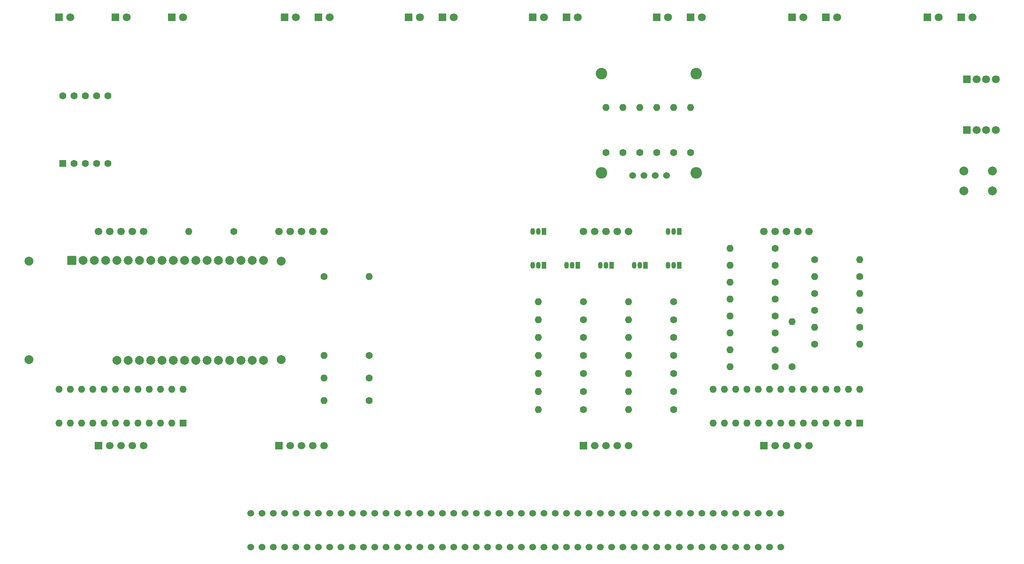
<source format=gts>
%TF.GenerationSoftware,KiCad,Pcbnew,7.0.9*%
%TF.CreationDate,2023-12-15T21:18:20+02:00*%
%TF.ProjectId,loadshedding,6c6f6164-7368-4656-9464-696e672e6b69,1*%
%TF.SameCoordinates,Original*%
%TF.FileFunction,Soldermask,Top*%
%TF.FilePolarity,Negative*%
%FSLAX46Y46*%
G04 Gerber Fmt 4.6, Leading zero omitted, Abs format (unit mm)*
G04 Created by KiCad (PCBNEW 7.0.9) date 2023-12-15 21:18:20*
%MOMM*%
%LPD*%
G01*
G04 APERTURE LIST*
G04 Aperture macros list*
%AMRoundRect*
0 Rectangle with rounded corners*
0 $1 Rounding radius*
0 $2 $3 $4 $5 $6 $7 $8 $9 X,Y pos of 4 corners*
0 Add a 4 corners polygon primitive as box body*
4,1,4,$2,$3,$4,$5,$6,$7,$8,$9,$2,$3,0*
0 Add four circle primitives for the rounded corners*
1,1,$1+$1,$2,$3*
1,1,$1+$1,$4,$5*
1,1,$1+$1,$6,$7*
1,1,$1+$1,$8,$9*
0 Add four rect primitives between the rounded corners*
20,1,$1+$1,$2,$3,$4,$5,0*
20,1,$1+$1,$4,$5,$6,$7,0*
20,1,$1+$1,$6,$7,$8,$9,0*
20,1,$1+$1,$8,$9,$2,$3,0*%
G04 Aperture macros list end*
%ADD10R,1.800000X1.800000*%
%ADD11C,1.800000*%
%ADD12C,1.524000*%
%ADD13R,1.700000X1.700000*%
%ADD14C,1.700000*%
%ADD15C,2.600000*%
%ADD16R,1.600000X1.600000*%
%ADD17C,1.600000*%
%ADD18C,2.000000*%
%ADD19O,1.600000X1.600000*%
%ADD20R,1.050000X1.500000*%
%ADD21O,1.050000X1.500000*%
%ADD22RoundRect,0.102000X-0.900000X0.900000X-0.900000X-0.900000X0.900000X-0.900000X0.900000X0.900000X0*%
%ADD23C,2.004000*%
G04 APERTURE END LIST*
D10*
%TO.C,Red1*%
X148590000Y-93980000D03*
D11*
X151130000Y-93980000D03*
%TD*%
D12*
%TO.C,BarGraph1*%
X140970000Y-213360000D03*
X143510000Y-213360000D03*
X146050000Y-213360000D03*
X148590000Y-213360000D03*
X151130000Y-213360000D03*
X153670000Y-213360000D03*
X156210000Y-213360000D03*
X158750000Y-213360000D03*
X158750000Y-205740000D03*
X156210000Y-205740000D03*
X153670000Y-205740000D03*
X151130000Y-205740000D03*
X148590000Y-205740000D03*
X146050000Y-205740000D03*
X143510000Y-205740000D03*
X140970000Y-205740000D03*
%TD*%
D10*
%TO.C,Red4*%
X232410000Y-93980000D03*
D11*
X234950000Y-93980000D03*
%TD*%
D13*
%TO.C,CountdownSSD1*%
X106680000Y-190500000D03*
D14*
X109220000Y-190500000D03*
X111760000Y-190500000D03*
X114300000Y-190500000D03*
X116840000Y-190500000D03*
X116840000Y-142240000D03*
X114300000Y-142240000D03*
X111760000Y-142240000D03*
X109220000Y-142240000D03*
X106680000Y-142240000D03*
%TD*%
D10*
%TO.C,statusLED2*%
X302260000Y-107950000D03*
D11*
X304419000Y-107950000D03*
X306578000Y-107950000D03*
X308737000Y-107950000D03*
%TD*%
D12*
%TO.C,BarGraph4*%
X201930000Y-213360000D03*
X204470000Y-213360000D03*
X207010000Y-213360000D03*
X209550000Y-213360000D03*
X212090000Y-213360000D03*
X214630000Y-213360000D03*
X217170000Y-213360000D03*
X219710000Y-213360000D03*
X219710000Y-205740000D03*
X217170000Y-205740000D03*
X214630000Y-205740000D03*
X212090000Y-205740000D03*
X209550000Y-205740000D03*
X207010000Y-205740000D03*
X204470000Y-205740000D03*
X201930000Y-205740000D03*
%TD*%
D10*
%TO.C,Green3*%
X123190000Y-93980000D03*
D11*
X125730000Y-93980000D03*
%TD*%
D15*
%TO.C,OLED1*%
X241300000Y-129032000D03*
X241300000Y-106680000D03*
X219964000Y-129032000D03*
X219964000Y-106680000D03*
D12*
X234562000Y-129596000D03*
X232022000Y-129596000D03*
X229482000Y-129596000D03*
X226942000Y-129596000D03*
%TD*%
D10*
%TO.C,Green4*%
X156210000Y-93980000D03*
D11*
X158750000Y-93980000D03*
%TD*%
D10*
%TO.C,Red2*%
X176530000Y-93980000D03*
D11*
X179070000Y-93980000D03*
%TD*%
D16*
%TO.C,StageSSD1*%
X98655332Y-126877500D03*
D17*
X101195332Y-126877500D03*
X103735332Y-126877500D03*
X106275332Y-126877500D03*
X108815332Y-126877500D03*
X108815332Y-111637500D03*
X106275332Y-111637500D03*
X103735332Y-111637500D03*
X101195332Y-111637500D03*
X98655332Y-111637500D03*
%TD*%
D18*
%TO.C,ResetSwitch1*%
X301550000Y-128560000D03*
X308050000Y-128560000D03*
X301550000Y-133060000D03*
X308050000Y-133060000D03*
%TD*%
D12*
%TO.C,BarGraph5*%
X222250000Y-213360000D03*
X224790000Y-213360000D03*
X227330000Y-213360000D03*
X229870000Y-213360000D03*
X232410000Y-213360000D03*
X234950000Y-213360000D03*
X237490000Y-213360000D03*
X240030000Y-213360000D03*
X240030000Y-205740000D03*
X237490000Y-205740000D03*
X234950000Y-205740000D03*
X232410000Y-205740000D03*
X229870000Y-205740000D03*
X227330000Y-205740000D03*
X224790000Y-205740000D03*
X222250000Y-205740000D03*
%TD*%
D13*
%TO.C,CountdownSSD4*%
X256540000Y-190500000D03*
D14*
X259080000Y-190500000D03*
X261620000Y-190500000D03*
X264160000Y-190500000D03*
X266700000Y-190500000D03*
X266700000Y-142240000D03*
X264160000Y-142240000D03*
X261620000Y-142240000D03*
X259080000Y-142240000D03*
X256540000Y-142240000D03*
%TD*%
D13*
%TO.C,CountdownSSD2*%
X147320000Y-190500000D03*
D14*
X149860000Y-190500000D03*
X152400000Y-190500000D03*
X154940000Y-190500000D03*
X157480000Y-190500000D03*
X157480000Y-142240000D03*
X154940000Y-142240000D03*
X152400000Y-142240000D03*
X149860000Y-142240000D03*
X147320000Y-142240000D03*
%TD*%
D10*
%TO.C,statusLED1*%
X302260000Y-119380000D03*
D11*
X304419000Y-119380000D03*
X306578000Y-119380000D03*
X308737000Y-119380000D03*
%TD*%
D10*
%TO.C,Red3*%
X204470000Y-93980000D03*
D11*
X207010000Y-93980000D03*
%TD*%
D10*
%TO.C,Green9*%
X300990000Y-93980000D03*
D11*
X303530000Y-93980000D03*
%TD*%
D10*
%TO.C,Green1*%
X97790000Y-93980000D03*
D11*
X100330000Y-93980000D03*
%TD*%
D10*
%TO.C,Red5*%
X262890000Y-93980000D03*
D11*
X265430000Y-93980000D03*
%TD*%
D10*
%TO.C,Green6*%
X212090000Y-93980000D03*
D11*
X214630000Y-93980000D03*
%TD*%
D10*
%TO.C,Red6*%
X293370000Y-93980000D03*
D11*
X295910000Y-93980000D03*
%TD*%
D10*
%TO.C,Green8*%
X270510000Y-93980000D03*
D11*
X273050000Y-93980000D03*
%TD*%
D10*
%TO.C,Green2*%
X110490000Y-93980000D03*
D11*
X113030000Y-93980000D03*
%TD*%
D12*
%TO.C,BarGraph6*%
X242570000Y-213360000D03*
X245110000Y-213360000D03*
X247650000Y-213360000D03*
X250190000Y-213360000D03*
X252730000Y-213360000D03*
X255270000Y-213360000D03*
X257810000Y-213360000D03*
X260350000Y-213360000D03*
X260350000Y-205740000D03*
X257810000Y-205740000D03*
X255270000Y-205740000D03*
X252730000Y-205740000D03*
X250190000Y-205740000D03*
X247650000Y-205740000D03*
X245110000Y-205740000D03*
X242570000Y-205740000D03*
%TD*%
%TO.C,BarGraph2*%
X161290000Y-213360000D03*
X163830000Y-213360000D03*
X166370000Y-213360000D03*
X168910000Y-213360000D03*
X171450000Y-213360000D03*
X173990000Y-213360000D03*
X176530000Y-213360000D03*
X179070000Y-213360000D03*
X179070000Y-205740000D03*
X176530000Y-205740000D03*
X173990000Y-205740000D03*
X171450000Y-205740000D03*
X168910000Y-205740000D03*
X166370000Y-205740000D03*
X163830000Y-205740000D03*
X161290000Y-205740000D03*
%TD*%
%TO.C,BarGraph3*%
X181610000Y-213360000D03*
X184150000Y-213360000D03*
X186690000Y-213360000D03*
X189230000Y-213360000D03*
X191770000Y-213360000D03*
X194310000Y-213360000D03*
X196850000Y-213360000D03*
X199390000Y-213360000D03*
X199390000Y-205740000D03*
X196850000Y-205740000D03*
X194310000Y-205740000D03*
X191770000Y-205740000D03*
X189230000Y-205740000D03*
X186690000Y-205740000D03*
X184150000Y-205740000D03*
X181610000Y-205740000D03*
%TD*%
D13*
%TO.C,CountdownSSD3*%
X215900000Y-190500000D03*
D14*
X218440000Y-190500000D03*
X220980000Y-190500000D03*
X223520000Y-190500000D03*
X226060000Y-190500000D03*
X226060000Y-142240000D03*
X223520000Y-142240000D03*
X220980000Y-142240000D03*
X218440000Y-142240000D03*
X215900000Y-142240000D03*
%TD*%
D10*
%TO.C,Green7*%
X240030000Y-93980000D03*
D11*
X242570000Y-93980000D03*
%TD*%
D10*
%TO.C,Green5*%
X184150000Y-93980000D03*
D11*
X186690000Y-93980000D03*
%TD*%
D17*
%TO.C,R_stage*%
X137160000Y-142240000D03*
D19*
X127000000Y-142240000D03*
%TD*%
D17*
%TO.C,ResetPullup*%
X157480000Y-152400000D03*
D19*
X167640000Y-152400000D03*
%TD*%
D17*
%TO.C,R_Green8*%
X259080000Y-146050000D03*
D19*
X248920000Y-146050000D03*
%TD*%
D17*
%TO.C,R_wifiG1*%
X267970000Y-160020000D03*
D19*
X278130000Y-160020000D03*
%TD*%
D20*
%TO.C,Q3*%
X222250000Y-149860000D03*
D21*
X220980000Y-149860000D03*
X219710000Y-149860000D03*
%TD*%
D17*
%TO.C,SSD_pullup7*%
X236220000Y-182330000D03*
D19*
X226060000Y-182330000D03*
%TD*%
D17*
%TO.C,R_div2*%
X167640000Y-175260000D03*
D19*
X157480000Y-175260000D03*
%TD*%
D20*
%TO.C,Q1*%
X237490000Y-149860000D03*
D21*
X236220000Y-149860000D03*
X234950000Y-149860000D03*
%TD*%
D20*
%TO.C,Q6*%
X237490000Y-142240000D03*
D21*
X236220000Y-142240000D03*
X234950000Y-142240000D03*
%TD*%
D17*
%TO.C,R_Green4*%
X259080000Y-161290000D03*
D19*
X248920000Y-161290000D03*
%TD*%
D16*
%TO.C,MCP23017*%
X278120000Y-185420000D03*
D19*
X275580000Y-185420000D03*
X273040000Y-185420000D03*
X270500000Y-185420000D03*
X267960000Y-185420000D03*
X265420000Y-185420000D03*
X262880000Y-185420000D03*
X260340000Y-185420000D03*
X257800000Y-185420000D03*
X255260000Y-185420000D03*
X252720000Y-185420000D03*
X250180000Y-185420000D03*
X247640000Y-185420000D03*
X245100000Y-185420000D03*
X245100000Y-177800000D03*
X247640000Y-177800000D03*
X250180000Y-177800000D03*
X252720000Y-177800000D03*
X255260000Y-177800000D03*
X257800000Y-177800000D03*
X260340000Y-177800000D03*
X262880000Y-177800000D03*
X265420000Y-177800000D03*
X267960000Y-177800000D03*
X270500000Y-177800000D03*
X273040000Y-177800000D03*
X275580000Y-177800000D03*
X278120000Y-177800000D03*
%TD*%
D17*
%TO.C,SSD_pullup6*%
X236220000Y-178280000D03*
D19*
X226060000Y-178280000D03*
%TD*%
D17*
%TO.C,R_Green2*%
X259080000Y-168910000D03*
D19*
X248920000Y-168910000D03*
%TD*%
D17*
%TO.C,SSD_pullup3*%
X236220000Y-166130000D03*
D19*
X226060000Y-166130000D03*
%TD*%
D17*
%TO.C,Green*%
X262890000Y-172720000D03*
D19*
X262890000Y-162560000D03*
%TD*%
D17*
%TO.C,R_Red2*%
X224790000Y-124460000D03*
D19*
X224790000Y-114300000D03*
%TD*%
D17*
%TO.C,R_Green7*%
X259080000Y-149860000D03*
D19*
X248920000Y-149860000D03*
%TD*%
D17*
%TO.C,R_SSD6*%
X215900000Y-178280000D03*
D19*
X205740000Y-178280000D03*
%TD*%
D17*
%TO.C,Base*%
X215900000Y-158030000D03*
D19*
X205740000Y-158030000D03*
%TD*%
D17*
%TO.C,R_wifiB1*%
X278130000Y-163830000D03*
D19*
X267970000Y-163830000D03*
%TD*%
D17*
%TO.C,R_Green5*%
X259080000Y-157480000D03*
D19*
X248920000Y-157480000D03*
%TD*%
D17*
%TO.C,R_Red5*%
X236220000Y-124460000D03*
D19*
X236220000Y-114300000D03*
%TD*%
D17*
%TO.C,R_Red4*%
X232410000Y-124460000D03*
D19*
X232410000Y-114300000D03*
%TD*%
D17*
%TO.C,R_pwrG1*%
X267970000Y-148590000D03*
D19*
X278130000Y-148590000D03*
%TD*%
D17*
%TO.C,SSD_pullup4*%
X236220000Y-170180000D03*
D19*
X226060000Y-170180000D03*
%TD*%
D17*
%TO.C,R_pwrB1*%
X278130000Y-152400000D03*
D19*
X267970000Y-152400000D03*
%TD*%
D16*
%TO.C,MAX7219*%
X125730000Y-185420000D03*
D19*
X123190000Y-185420000D03*
X120650000Y-185420000D03*
X118110000Y-185420000D03*
X115570000Y-185420000D03*
X113030000Y-185420000D03*
X110490000Y-185420000D03*
X107950000Y-185420000D03*
X105410000Y-185420000D03*
X102870000Y-185420000D03*
X100330000Y-185420000D03*
X97790000Y-185420000D03*
X97790000Y-177800000D03*
X100330000Y-177800000D03*
X102870000Y-177800000D03*
X105410000Y-177800000D03*
X107950000Y-177800000D03*
X110490000Y-177800000D03*
X113030000Y-177800000D03*
X115570000Y-177800000D03*
X118110000Y-177800000D03*
X120650000Y-177800000D03*
X123190000Y-177800000D03*
X125730000Y-177800000D03*
%TD*%
D17*
%TO.C,R_Red1*%
X220980000Y-124460000D03*
D19*
X220980000Y-114300000D03*
%TD*%
D17*
%TO.C,R_Green6*%
X259080000Y-153670000D03*
D19*
X248920000Y-153670000D03*
%TD*%
D17*
%TO.C,SSD_pullup2*%
X236220000Y-162080000D03*
D19*
X226060000Y-162080000D03*
%TD*%
D17*
%TO.C,Pullup*%
X236220000Y-158030000D03*
D19*
X226060000Y-158030000D03*
%TD*%
D17*
%TO.C,R_Green1*%
X259080000Y-172720000D03*
D19*
X248920000Y-172720000D03*
%TD*%
D18*
%TO.C,Firebeetle2*%
X147780000Y-148920000D03*
X90980000Y-148920000D03*
X147780000Y-171120000D03*
X90980000Y-171120000D03*
D22*
X100700000Y-148770000D03*
D23*
X103240000Y-148770000D03*
X105780000Y-148770000D03*
X108320000Y-148770000D03*
X110860000Y-148770000D03*
X113400000Y-148770000D03*
X115940000Y-148770000D03*
X118480000Y-148770000D03*
X121020000Y-148770000D03*
X123560000Y-148770000D03*
X126100000Y-148770000D03*
X128640000Y-148770000D03*
X131180000Y-148770000D03*
X133720000Y-148770000D03*
X136260000Y-148770000D03*
X138800000Y-148770000D03*
X141340000Y-148770000D03*
X143880000Y-148770000D03*
X143880000Y-171270000D03*
X141340000Y-171270000D03*
X138800000Y-171270000D03*
X136260000Y-171270000D03*
X133720000Y-171270000D03*
X131180000Y-171270000D03*
X128640000Y-171270000D03*
X126100000Y-171270000D03*
X123560000Y-171270000D03*
X121020000Y-171270000D03*
X118480000Y-171270000D03*
X115940000Y-171270000D03*
X113400000Y-171270000D03*
X110860000Y-171270000D03*
%TD*%
D17*
%TO.C,R_SSD4*%
X215900000Y-170180000D03*
D19*
X205740000Y-170180000D03*
%TD*%
D17*
%TO.C,R_div1*%
X167640000Y-170180000D03*
D19*
X157480000Y-170180000D03*
%TD*%
D17*
%TO.C,R_Red3*%
X228600000Y-124460000D03*
D19*
X228600000Y-114300000D03*
%TD*%
D17*
%TO.C,R_SSD5*%
X215900000Y-174230000D03*
D19*
X205740000Y-174230000D03*
%TD*%
D20*
%TO.C,Q5*%
X207010000Y-149860000D03*
D21*
X205740000Y-149860000D03*
X204470000Y-149860000D03*
%TD*%
D20*
%TO.C,Q7*%
X207010000Y-142240000D03*
D21*
X205740000Y-142240000D03*
X204470000Y-142240000D03*
%TD*%
D17*
%TO.C,R_Green3*%
X259080000Y-165100000D03*
D19*
X248920000Y-165100000D03*
%TD*%
D17*
%TO.C,R_bar*%
X167640000Y-180340000D03*
D19*
X157480000Y-180340000D03*
%TD*%
D20*
%TO.C,Q4*%
X214630000Y-149860000D03*
D21*
X213360000Y-149860000D03*
X212090000Y-149860000D03*
%TD*%
D20*
%TO.C,Q2*%
X229870000Y-149860000D03*
D21*
X228600000Y-149860000D03*
X227330000Y-149860000D03*
%TD*%
D17*
%TO.C,R_SSD2*%
X215900000Y-162080000D03*
D19*
X205740000Y-162080000D03*
%TD*%
D17*
%TO.C,R_pwrR1*%
X267970000Y-156210000D03*
D19*
X278130000Y-156210000D03*
%TD*%
D17*
%TO.C,R_SSD3*%
X215900000Y-166130000D03*
D19*
X205740000Y-166130000D03*
%TD*%
D17*
%TO.C,SSD_pullup5*%
X236220000Y-174230000D03*
D19*
X226060000Y-174230000D03*
%TD*%
D17*
%TO.C,R_SSD7*%
X215900000Y-182330000D03*
D19*
X205740000Y-182330000D03*
%TD*%
%TO.C,Red*%
X240030000Y-114300000D03*
D17*
X240030000Y-124460000D03*
%TD*%
%TO.C,R_wifiR1*%
X267970000Y-167640000D03*
D19*
X278130000Y-167640000D03*
%TD*%
M02*

</source>
